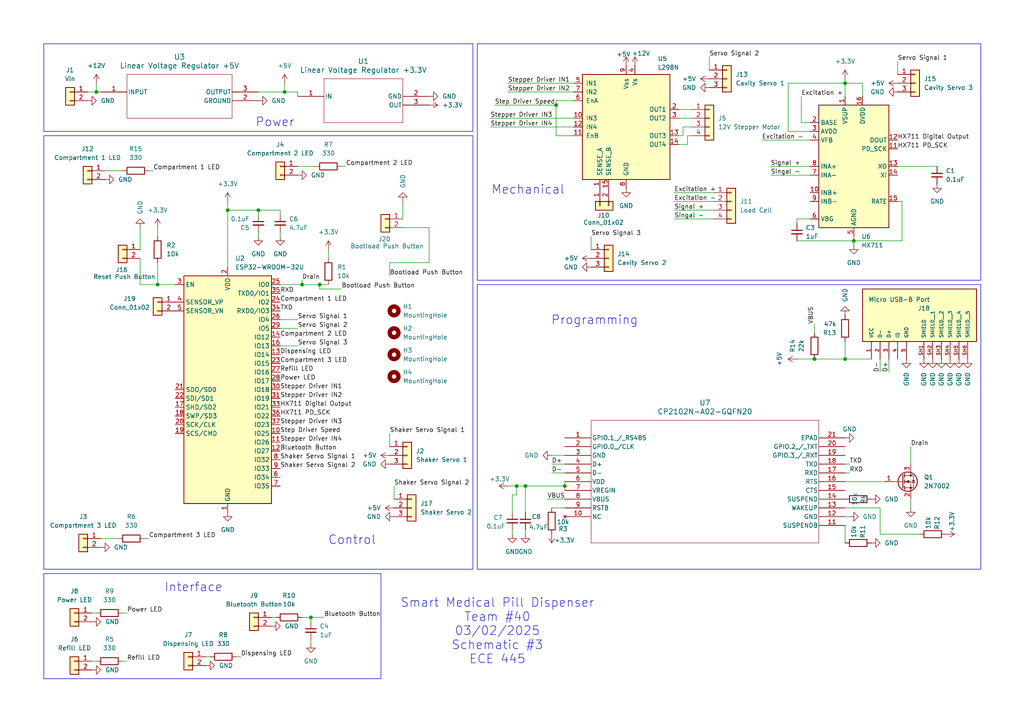
<source format=kicad_sch>
(kicad_sch (version 20231120) (generator "eeschema") (generator_version "8.0")
  (paper "A4")
  (junction (at 163.83 140.97))
  (junction (at 74.93 60.96))
  (junction (at 82.55 26.67))
  (junction (at 245.11 104.14))
  (junction (at 90.17 179.07))
  (junction (at 149.86 140.97))
  (junction (at 236.22 104.14))
  (junction (at 87.63 82.55))
  (junction (at 161.29 30.48))
  (junction (at 45.72 82.55))
  (junction (at 152.4 140.97))
  (junction (at 66.04 60.96))
  (junction (at 27.94 26.67))
  (junction (at 92.71 82.55))
  (junction (at 245.11 24.13))
  (junction (at 247.65 69.85))
  (wire (pts (xy 255.27 154.94) (xy 255.27 147.32)))
  (wire (pts (xy 43.18 49.53) (xy 44.45 49.53)))
  (wire (pts (xy 90.17 179.07) (xy 90.17 180.34)))
  (wire (pts (xy 205.74 16.51) (xy 205.74 20.32)))
  (wire (pts (xy 147.32 26.67) (xy 166.37 26.67)))
  (wire (pts (xy 90.17 179.07) (xy 93.98 179.07)))
  (wire (pts (xy 82.55 24.13) (xy 82.55 26.67)))
  (wire (pts (xy 160.02 132.08) (xy 163.83 132.08)))
  (wire (pts (xy 257.81 107.95) (xy 257.81 104.14)))
  (wire (pts (xy 45.72 66.04) (xy 45.72 68.58)))
  (wire (pts (xy 148.59 143.51) (xy 149.86 143.51)))
  (wire (pts (xy 152.4 140.97) (xy 163.83 140.97)))
  (wire (pts (xy 90.17 185.42) (xy 90.17 186.69)))
  (wire (pts (xy 260.35 58.42) (xy 261.62 58.42)))
  (wire (pts (xy 87.63 82.55) (xy 92.71 82.55)))
  (wire (pts (xy 228.6 24.13) (xy 245.11 24.13)))
  (wire (pts (xy 78.74 179.07) (xy 80.01 179.07)))
  (wire (pts (xy 27.94 26.67) (xy 29.21 26.67)))
  (wire (pts (xy 245.11 24.13) (xy 245.11 27.94)))
  (wire (pts (xy 166.37 39.37) (xy 161.29 39.37)))
  (wire (pts (xy 245.11 149.86) (xy 246.38 149.86)))
  (wire (pts (xy 196.85 41.91) (xy 199.39 41.91)))
  (wire (pts (xy 245.11 134.62) (xy 246.38 134.62)))
  (wire (pts (xy 148.59 143.51) (xy 148.59 148.59)))
  (wire (pts (xy 245.11 104.14) (xy 245.11 99.06)))
  (wire (pts (xy 260.35 48.26) (xy 271.78 48.26)))
  (wire (pts (xy 196.85 39.37) (xy 198.12 39.37)))
  (wire (pts (xy 161.29 30.48) (xy 161.29 29.21)))
  (wire (pts (xy 74.93 60.96) (xy 81.28 60.96)))
  (wire (pts (xy 255.27 107.95) (xy 255.27 104.14)))
  (wire (pts (xy 245.11 137.16) (xy 246.38 137.16)))
  (wire (pts (xy 223.52 50.8) (xy 234.95 50.8)))
  (wire (pts (xy 113.03 76.2) (xy 124.46 76.2)))
  (wire (pts (xy 160.02 134.62) (xy 163.83 134.62)))
  (wire (pts (xy 245.11 104.14) (xy 252.73 104.14)))
  (wire (pts (xy 113.03 76.2) (xy 113.03 80.01)))
  (wire (pts (xy 228.6 38.1) (xy 228.6 24.13)))
  (wire (pts (xy 74.93 60.96) (xy 74.93 62.23)))
  (wire (pts (xy 231.14 104.14) (xy 236.22 104.14)))
  (wire (pts (xy 264.16 129.54) (xy 264.16 134.62)))
  (wire (pts (xy 195.58 55.88) (xy 207.01 55.88)))
  (wire (pts (xy 92.71 83.82) (xy 92.71 82.55)))
  (wire (pts (xy 261.62 58.42) (xy 261.62 69.85)))
  (wire (pts (xy 40.64 74.93) (xy 40.64 82.55)))
  (wire (pts (xy 234.95 63.5) (xy 231.14 63.5)))
  (wire (pts (xy 26.67 191.77) (xy 27.94 191.77)))
  (wire (pts (xy 86.36 95.25) (xy 81.28 95.25)))
  (wire (pts (xy 171.45 68.58) (xy 171.45 72.39)))
  (wire (pts (xy 266.7 154.94) (xy 255.27 154.94)))
  (wire (pts (xy 236.22 104.14) (xy 245.11 104.14)))
  (wire (pts (xy 40.64 66.04) (xy 40.64 72.39)))
  (wire (pts (xy 81.28 60.96) (xy 81.28 62.23)))
  (wire (pts (xy 195.58 58.42) (xy 207.01 58.42)))
  (wire (pts (xy 160.02 147.32) (xy 163.83 147.32)))
  (wire (pts (xy 147.32 140.97) (xy 149.86 140.97)))
  (wire (pts (xy 232.41 35.56) (xy 234.95 35.56)))
  (wire (pts (xy 247.65 71.12) (xy 247.65 69.85)))
  (wire (pts (xy 245.11 139.7) (xy 256.54 139.7)))
  (wire (pts (xy 198.12 36.83) (xy 200.66 36.83)))
  (wire (pts (xy 161.29 30.48) (xy 161.29 39.37)))
  (wire (pts (xy 149.86 140.97) (xy 149.86 143.51)))
  (wire (pts (xy 29.21 156.21) (xy 34.29 156.21)))
  (wire (pts (xy 35.56 191.77) (xy 36.83 191.77)))
  (wire (pts (xy 25.4 26.67) (xy 27.94 26.67)))
  (wire (pts (xy 74.93 67.31) (xy 74.93 68.58)))
  (wire (pts (xy 260.35 17.78) (xy 260.35 21.59)))
  (wire (pts (xy 27.94 24.13) (xy 27.94 26.67)))
  (wire (pts (xy 245.11 157.48) (xy 245.11 152.4)))
  (wire (pts (xy 30.48 49.53) (xy 35.56 49.53)))
  (wire (pts (xy 236.22 96.52) (xy 236.22 93.98)))
  (wire (pts (xy 66.04 60.96) (xy 74.93 60.96)))
  (wire (pts (xy 148.59 153.67) (xy 148.59 154.94)))
  (wire (pts (xy 74.93 26.67) (xy 82.55 26.67)))
  (wire (pts (xy 163.83 139.7) (xy 163.83 140.97)))
  (wire (pts (xy 113.03 125.73) (xy 113.03 129.54)))
  (wire (pts (xy 81.28 67.31) (xy 81.28 68.58)))
  (wire (pts (xy 26.67 177.8) (xy 27.94 177.8)))
  (wire (pts (xy 116.84 58.42) (xy 116.84 63.5)))
  (wire (pts (xy 161.29 29.21) (xy 166.37 29.21)))
  (wire (pts (xy 163.83 140.97) (xy 163.83 142.24)))
  (wire (pts (xy 149.86 140.97) (xy 152.4 140.97)))
  (wire (pts (xy 261.62 69.85) (xy 247.65 69.85)))
  (wire (pts (xy 250.19 27.94) (xy 250.19 24.13)))
  (wire (pts (xy 199.39 39.37) (xy 200.66 39.37)))
  (wire (pts (xy 147.32 24.13) (xy 166.37 24.13)))
  (wire (pts (xy 152.4 140.97) (xy 152.4 148.59)))
  (wire (pts (xy 87.63 81.28) (xy 87.63 82.55)))
  (wire (pts (xy 195.58 60.96) (xy 207.01 60.96)))
  (wire (pts (xy 99.06 83.82) (xy 92.71 83.82)))
  (wire (pts (xy 45.72 76.2) (xy 45.72 82.55)))
  (wire (pts (xy 250.19 24.13) (xy 245.11 24.13)))
  (wire (pts (xy 196.85 31.75) (xy 200.66 31.75)))
  (wire (pts (xy 66.04 77.47) (xy 66.04 60.96)))
  (wire (pts (xy 81.28 82.55) (xy 87.63 82.55)))
  (wire (pts (xy 35.56 177.8) (xy 36.83 177.8)))
  (wire (pts (xy 220.98 40.64) (xy 234.95 40.64)))
  (wire (pts (xy 86.36 92.71) (xy 81.28 92.71)))
  (wire (pts (xy 41.91 156.21) (xy 43.18 156.21)))
  (wire (pts (xy 160.02 137.16) (xy 163.83 137.16)))
  (wire (pts (xy 142.24 36.83) (xy 166.37 36.83)))
  (wire (pts (xy 87.63 179.07) (xy 90.17 179.07)))
  (wire (pts (xy 114.3 140.97) (xy 114.3 144.78)))
  (wire (pts (xy 231.14 69.85) (xy 247.65 69.85)))
  (wire (pts (xy 68.58 190.5) (xy 69.85 190.5)))
  (wire (pts (xy 199.39 41.91) (xy 199.39 39.37)))
  (wire (pts (xy 92.71 82.55) (xy 95.25 82.55)))
  (wire (pts (xy 82.55 26.67) (xy 86.36 26.67)))
  (wire (pts (xy 195.58 63.5) (xy 207.01 63.5)))
  (wire (pts (xy 255.27 147.32) (xy 245.11 147.32)))
  (wire (pts (xy 95.25 72.39) (xy 95.25 74.93)))
  (wire (pts (xy 231.14 63.5) (xy 231.14 64.77)))
  (wire (pts (xy 66.04 58.42) (xy 66.04 60.96)))
  (wire (pts (xy 247.65 69.85) (xy 247.65 68.58)))
  (wire (pts (xy 40.64 82.55) (xy 45.72 82.55)))
  (wire (pts (xy 124.46 76.2) (xy 124.46 66.04)))
  (wire (pts (xy 264.16 147.32) (xy 264.16 144.78)))
  (wire (pts (xy 198.12 39.37) (xy 198.12 36.83)))
  (wire (pts (xy 59.69 190.5) (xy 60.96 190.5)))
  (wire (pts (xy 143.51 30.48) (xy 161.29 30.48)))
  (wire (pts (xy 223.52 48.26) (xy 234.95 48.26)))
  (wire (pts (xy 45.72 82.55) (xy 50.8 82.55)))
  (wire (pts (xy 232.41 27.94) (xy 232.41 35.56)))
  (wire (pts (xy 234.95 38.1) (xy 228.6 38.1)))
  (wire (pts (xy 152.4 153.67) (xy 152.4 154.94)))
  (wire (pts (xy 86.36 48.26) (xy 91.44 48.26)))
  (wire (pts (xy 142.24 34.29) (xy 166.37 34.29)))
  (wire (pts (xy 245.11 22.86) (xy 245.11 24.13)))
  (wire (pts (xy 124.46 66.04) (xy 116.84 66.04)))
  (wire (pts (xy 86.36 100.33) (xy 81.28 100.33)))
  (wire (pts (xy 158.75 144.78) (xy 163.83 144.78)))
  (wire (pts (xy 99.06 48.26) (xy 100.33 48.26)))
  (wire (pts (xy 196.85 34.29) (xy 200.66 34.29)))
  (wire (pts (xy 86.36 26.67) (xy 86.36 27.94)))
  (rectangle (start 12.7 166.37) (end 110.49 196.85))
  (rectangle (start 97.79 177.8) (end 97.79 177.8))
  (rectangle (start 12.7 39.37) (end 137.16 165.1))
  (rectangle (start 12.7 12.7) (end 137.16 38.1))
  (rectangle (start 138.43 12.7) (end 284.48 81.28))
  (rectangle (start 138.43 82.55) (end 284.48 165.1))
  (text "Interface" (at 56.134 170.434 0) (effects (font (size 2.54 2.54))))
  (text "Smart Medical Pill Dispenser\nTeam #40\n03/02/2025\nSchematic #3\nECE 445" (at 144.272 183.134 0) (effects (font (size 2.54 2.54))))
  (text "Mechanical" (at 153.162 55.118 0) (effects (font (size 2.54 2.54))))
  (text "Control" (at 102.108 156.718 0) (effects (font (size 2.54 2.54))))
  (text "Power" (at 79.756 35.56 0) (effects (font (size 2.54 2.54))))
  (text "Programming" (at 172.466 92.964 0) (effects (font (size 2.54 2.54))))
  (label "Stepper Driver IN4" (at 81.28 128.27 0))
  (label "Dispensing LED" (at 69.85 190.5 0))
  (label "Servo Signal 3" (at 171.45 68.58 0))
  (label "Singal -" (at 195.58 63.5 0))
  (label "D+" (at 160.02 134.62 0))
  (label "Power LED" (at 36.83 177.8 0))
  (label "Singal -" (at 223.52 50.8 0))
  (label "Servo Signal 3" (at 86.36 100.33 0))
  (label "Servo Signal 1" (at 260.35 17.78 0))
  (label "Shaker Servo Signal 1" (at 81.28 133.35 0))
  (label "Stepper Driver IN2" (at 81.28 115.57 0))
  (label "RXD" (at 246.38 137.16 0))
  (label "Bootload Push Button" (at 99.06 83.82 0))
  (label "Servo Signal 1" (at 86.36 92.71 0))
  (label "Compartment 2 LED" (at 81.28 97.79 0))
  (label "Drain" (at 87.63 81.28 0))
  (label "TXD" (at 81.28 90.17 0))
  (label "Refill LED" (at 36.83 191.77 0))
  (label "HX711 Digital Output" (at 260.35 40.64 0))
  (label "VBUS" (at 236.22 93.98 90))
  (label "Bluetooth Button" (at 93.98 179.07 0))
  (label "Drain" (at 264.16 129.54 0))
  (label "Dispensing LED" (at 81.28 102.87 0))
  (label "Servo Signal 2" (at 205.74 16.51 0))
  (label "Excitation +" (at 232.41 27.94 0))
  (label "HX711 Digital Output" (at 81.28 118.11 0))
  (label "Refill LED" (at 81.28 107.95 0))
  (label "Excitation -" (at 220.98 40.64 0))
  (label "Stepper Driver IN4" (at 142.24 36.83 0))
  (label "Excitation -" (at 195.58 58.42 0))
  (label "Stepper Driver IN3" (at 142.24 34.29 0))
  (label "HX711 PD_SCK" (at 260.35 43.18 0))
  (label "Signal +" (at 223.52 48.26 0))
  (label "Shaker Servo Signal 2" (at 114.3 140.97 0))
  (label "Stepper Driver IN1" (at 81.28 113.03 0))
  (label "Signal +" (at 195.58 60.96 0))
  (label "Compartment 2 LED" (at 100.33 48.26 0))
  (label "RXD" (at 81.28 85.09 0))
  (label "D+" (at 257.81 107.95 90))
  (label "Step Driver Speed" (at 81.28 125.73 0))
  (label "Compartment 1 LED" (at 44.45 49.53 0))
  (label "D-" (at 160.02 137.16 0))
  (label "Compartment 3 LED" (at 81.28 105.41 0))
  (label "TXD" (at 246.38 134.62 0))
  (label "Shaker Servo Signal 2" (at 81.28 135.89 0))
  (label "Compartment 1 LED" (at 81.28 87.63 0))
  (label "Stepper Driver IN1" (at 147.32 24.13 0))
  (label "Power LED" (at 81.28 110.49 0))
  (label "Shaker Servo Signal 1" (at 113.03 125.73 0))
  (label "HX711 PD_SCK" (at 81.28 120.65 0))
  (label "Step Driver Speed" (at 143.51 30.48 0))
  (label "Excitation +" (at 195.58 55.88 0))
  (label "Stepper Driver IN3" (at 81.28 123.19 0))
  (label "D-" (at 255.27 107.95 90))
  (label "VBUS" (at 158.75 144.78 0))
  (label "Bluetooth Button" (at 81.28 130.81 0))
  (label "Stepper Driver IN2" (at 147.32 26.67 0))
  (label "Servo Signal 2" (at 86.36 95.25 0))
  (label "Bootload Push Button" (at 113.03 80.01 0))
  (label "Compartment 3 LED" (at 43.18 156.21 0))
  (symbol (lib_id "power:GND") (at 252.73 157.48 90) (unit 1)
    (property "Reference" "#PWR09" (effects (hide yes)))
    (property "Value" "GND" (at 256.54 157.4799 90) (effects (justify right)))
    (property "Description" "Power symbol creates a global label with name \"GND\" , ground" (effects (hide yes)))
  )
  (symbol (lib_id "power:GND") (at 152.4 154.94 0) (unit 1)
    (property "Reference" "#PWR042" (effects (hide yes)))
    (property "Value" "GND" (at 152.4 160.02 0))
    (property "Description" "Power symbol creates a global label with name \"GND\" , ground" (effects (hide yes)))
  )
  (symbol (lib_id "power:GND") (at 25.4 29.21 90) (unit 1)
    (property "Reference" "#PWR03" (effects (hide yes)))
    (property "Value" "GND" (at 29.21 29.2099 90) (effects (justify right)))
    (property "Description" "Power symbol creates a global label with name \"GND\" , ground" (effects (hide yes)))
  )
  (symbol (lib_id "Device:R") (at 236.22 100.33 180) (unit 1)
    (property "Reference" "R14" (at 229.87 100.33 90))
    (property "Value" "22k" (at 232.41 100.33 90))
    (property "Footprint" "Resistor_SMD:R_0805_2012Metric_Pad1.20x1.40mm_HandSolder" (effects (hide yes)))
    (property "Description" "Resistor" (effects (hide yes)))
  )
  (symbol (lib_id "Connector_Generic:Conn_01x02") (at 73.66 179.07 0) (mirror y) (unit 1)
    (property "Reference" "J9" (at 73.66 172.72 0))
    (property "Value" "Bluetooth Button" (at 73.66 175.26 0))
    (property "Footprint" "Connector_Molex:Molex_KK-254_AE-6410-02A_1x02_P2.54mm_Vertical" (effects (hide yes)))
    (property "Description" "Generic connector, single row, 01x02, script generated (kicad-library-utils/schlib/autogen/connector/)" (effects (hide yes)))
  )
  (symbol (lib_id "power:+5V") (at 231.14 104.14 90) (unit 1)
    (property "Reference" "#PWR050" (effects (hide yes)))
    (property "Value" "+5V" (at 226.06 104.14 0))
    (property "Description" "Power symbol creates a global label with name \"+5V\"" (effects (hide yes)))
  )
  (symbol (lib_id "power:+3.3V") (at 124.46 30.48 270) (unit 1)
    (property "Reference" "#PWR05" (effects (hide yes)))
    (property "Value" "+3.3V" (at 128.27 30.4799 90) (effects (justify left)))
    (property "Description" "Power symbol creates a global label with name \"+3.3V\"" (effects (hide yes)))
  )
  (symbol (lib_id "Device:R") (at 95.25 48.26 90) (unit 1)
    (property "Reference" "R7" (at 95.25 41.91 90))
    (property "Value" "330" (at 95.25 44.45 90))
    (property "Footprint" "Resistor_SMD:R_0805_2012Metric_Pad1.20x1.40mm_HandSolder" (effects (hide yes)))
    (property "Description" "Resistor" (effects (hide yes)))
  )
  (symbol (lib_id "power:GND") (at 113.03 134.62 270) (unit 1)
    (property "Reference" "#PWR043" (effects (hide yes)))
    (property "Value" "GND" (at 109.22 134.6199 90) (effects (justify right)))
    (property "Description" "Power symbol creates a global label with name \"GND\" , ground" (effects (hide yes)))
  )
  (symbol (lib_id "power:+5V") (at 181.61 19.05 0) (unit 1)
    (property "Reference" "#PWR023" (effects (hide yes)))
    (property "Value" "+5V" (at 180.848 15.748 0))
    (property "Description" "Power symbol creates a global label with name \"+5V\"" (effects (hide yes)))
  )
  (symbol (lib_id "Device:R") (at 31.75 177.8 90) (unit 1)
    (property "Reference" "R9" (at 31.75 171.45 90))
    (property "Value" "330" (at 31.75 173.99 90))
    (property "Footprint" "Resistor_SMD:R_0805_2012Metric_Pad1.20x1.40mm_HandSolder" (effects (hide yes)))
    (property "Description" "Resistor" (effects (hide yes)))
  )
  (symbol (lib_id "Connector_Generic:Conn_01x02") (at 21.59 191.77 0) (mirror y) (unit 1)
    (property "Reference" "J6" (at 21.59 185.42 0))
    (property "Value" "Refill LED" (at 21.59 187.96 0))
    (property "Footprint" "Connector_Molex:Molex_KK-254_AE-6410-02A_1x02_P2.54mm_Vertical" (effects (hide yes)))
    (property "Description" "Generic connector, single row, 01x02, script generated (kicad-library-utils/schlib/autogen/connector/)" (effects (hide yes)))
  )
  (symbol (lib_id "RF_Module:ESP32-WROOM-32U") (at 66.04 113.03 0) (unit 1)
    (property "Reference" "U2" (at 68.2341 74.93 0) (effects (justify left)))
    (property "Value" "ESP32-WROOM-32U" (at 68.2341 77.47 0) (effects (justify left)))
    (property "Footprint" "RF_Module:ESP32-WROOM-32U" (effects (hide yes)))
    (property "Datasheet" "https://www.espressif.com/sites/default/files/documentation/esp32-wroom-32d_esp32-wroom-32u_datasheet_en.pdf" (effects (hide yes)))
    (property "Description" "RF Module, ESP32-D0WD SoC, Wi-Fi 802.11b/g/n, Bluetooth, BLE, 32-bit, 2.7-3.6V, external antenna, SMD" (effects (hide yes)))
  )
  (symbol (lib_id "2025-03-01_22-08-00:LM7805ACT") (at 29.21 26.67 0) (unit 1)
    (property "Reference" "U3" (at 52.07 16.51 0) (effects (font (size 1.524 1.524))))
    (property "Value" "Linear Voltage Regulator +5V" (at 52.07 19.05 0) (effects (font (size 1.524 1.524))))
    (property "Footprint" "KiCADv6 2:TO-220_ONS" (effects (hide yes)))
    (property "Datasheet" "LM7805ACT" (effects (hide yes)))
  )
  (symbol (lib_id "Connector_Generic:Conn_01x03") (at 176.53 74.93 0) (unit 1)
    (property "Reference" "J14" (at 179.07 73.6599 0) (effects (justify left)))
    (property "Value" "Cavity Servo 2" (at 179.07 76.1999 0) (effects (justify left)))
    (property "Footprint" "Connector_Molex:Molex_KK-254_AE-6410-03A_1x03_P2.54mm_Vertical" (effects (hide yes)))
    (property "Description" "Generic connector, single row, 01x03, script generated (kicad-library-utils/schlib/autogen/connector/)" (effects (hide yes)))
  )
  (symbol (lib_id "power:GND") (at 114.3 149.86 270) (unit 1)
    (property "Reference" "#PWR053" (effects (hide yes)))
    (property "Value" "GND" (at 110.49 149.8599 90) (effects (justify right)))
    (property "Description" "Power symbol creates a global label with name \"GND\" , ground" (effects (hide yes)))
  )
  (symbol (lib_id "power:+3.3V") (at 160.02 154.94 180) (unit 1)
    (property "Reference" "#PWR039" (effects (hide yes)))
    (property "Value" "+3.3V" (at 166.624 156.718 0) (effects (justify left)))
    (property "Description" "Power symbol creates a global label with name \"+3.3V\"" (effects (hide yes)))
  )
  (symbol (lib_id "power:+3.3V") (at 147.32 140.97 90) (unit 1)
    (property "Reference" "#PWR040" (effects (hide yes)))
    (property "Value" "+3.3V" (at 147.828 138.938 90) (effects (justify left)))
    (property "Description" "Power symbol creates a global label with name \"+3.3V\"" (effects (hide yes)))
  )
  (symbol (lib_id "power:GND") (at 260.35 26.67 270) (unit 1)
    (property "Reference" "#PWR030" (effects (hide yes)))
    (property "Value" "GND" (at 256.54 26.6699 90) (effects (justify right)))
    (property "Description" "Power symbol creates a global label with name \"GND\" , ground" (effects (hide yes)))
  )
  (symbol (lib_id "Connector_Generic:Conn_01x02") (at 54.61 190.5 0) (mirror y) (unit 1)
    (property "Reference" "J7" (at 54.61 184.15 0))
    (property "Value" "Dispensing LED" (at 54.61 186.69 0))
    (property "Footprint" "Connector_Molex:Molex_KK-254_AE-6410-02A_1x02_P2.54mm_Vertical" (effects (hide yes)))
    (property "Description" "Generic connector, single row, 01x02, script generated (kicad-library-utils/schlib/autogen/connector/)" (effects (hide yes)))
  )
  (symbol (lib_id "power:+5V") (at 113.03 132.08 90) (unit 1)
    (property "Reference" "#PWR06" (effects (hide yes)))
    (property "Value" "+5V" (at 109.22 132.0799 90) (effects (justify left)))
    (property "Description" "Power symbol creates a global label with name \"+5V\"" (effects (hide yes)))
  )
  (symbol (lib_id "Device:C_Small") (at 90.17 182.88 0) (unit 1)
    (property "Reference" "C4" (at 92.71 181.6162 0) (effects (justify left)))
    (property "Value" "1uF" (at 92.71 184.1562 0) (effects (justify left)))
    (property "Footprint" "Capacitor_SMD:C_0805_2012Metric_Pad1.18x1.45mm_HandSolder" (effects (hide yes)))
    (property "Description" "Unpolarized capacitor, small symbol" (effects (hide yes)))
  )
  (symbol (lib_id "Connector_Generic:Conn_01x02") (at 45.72 87.63 0) (mirror y) (unit 1)
    (property "Reference" "J19" (at 37.592 86.614 0))
    (property "Value" "Conn_01x02" (at 37.592 89.154 0))
    (property "Footprint" "Connector_Molex:Molex_KK-254_AE-6410-02A_1x02_P2.54mm_Vertical" (effects (hide yes)))
    (property "Description" "Generic connector, single row, 01x02, script generated (kicad-library-utils/schlib/autogen/connector/)" (effects (hide yes)))
  )
  (symbol (lib_id "Device:C_Small") (at 148.59 151.13 0) (unit 1)
    (property "Reference" "C7" (at 145.796 150.114 0) (effects (justify right)))
    (property "Value" "0.1uF" (at 146.558 152.654 0) (effects (justify right)))
    (property "Footprint" "Capacitor_SMD:C_0805_2012Metric_Pad1.18x1.45mm_HandSolder" (effects (hide yes)))
    (property "Description" "Unpolarized capacitor, small symbol" (effects (hide yes)))
  )
  (symbol (lib_id "power:GND") (at 66.04 148.59 0) (unit 1)
    (property "Reference" "#PWR024" (effects (hide yes)))
    (property "Value" "GND" (at 66.04 153.67 0))
    (property "Description" "Power symbol creates a global label with name \"GND\" , ground" (effects (hide yes)))
  )
  (symbol (lib_id "Device:R") (at 38.1 156.21 90) (unit 1)
    (property "Reference" "R6" (at 38.1 149.86 90))
    (property "Value" "330" (at 38.1 152.4 90))
    (property "Footprint" "Resistor_SMD:R_0805_2012Metric_Pad1.20x1.40mm_HandSolder" (effects (hide yes)))
    (property "Description" "Resistor" (effects (hide yes)))
  )
  (symbol (lib_id "Connector_Generic:Conn_01x03") (at 265.43 24.13 0) (unit 1)
    (property "Reference" "J15" (at 267.97 22.8599 0) (effects (justify left)))
    (property "Value" "Cavity Servo 3" (at 267.97 25.3999 0) (effects (justify left)))
    (property "Footprint" "Connector_Molex:Molex_KK-254_AE-6410-03A_1x03_P2.54mm_Vertical" (effects (hide yes)))
    (property "Description" "Generic connector, single row, 01x03, script generated (kicad-library-utils/schlib/autogen/connector/)" (effects (hide yes)))
  )
  (symbol (lib_id "Mechanical:MountingHole") (at 114.3 109.22 0) (unit 1) (exclude_from_sim yes) (in_bom no)
    (property "Reference" "H4" (at 116.84 107.9499 0) (effects (justify left)))
    (property "Value" "MountingHole" (at 116.84 110.4899 0) (effects (justify left)))
    (property "Footprint" "MountingHole:MountingHole_3.2mm_M3" (effects (hide yes)))
    (property "Description" "Mounting Hole without connection" (effects (hide yes)))
  )
  (symbol (lib_id "power:+5V") (at 114.3 147.32 90) (unit 1)
    (property "Reference" "#PWR052" (effects (hide yes)))
    (property "Value" "+5V" (at 110.49 147.3199 90) (effects (justify left)))
    (property "Description" "Power symbol creates a global label with name \"+5V\"" (effects (hide yes)))
  )
  (symbol (lib_id "2025-03-01_22-06-06:LM3940IT-3.3_NOPB") (at 86.36 27.94 0) (unit 1)
    (property "Reference" "U1" (at 105.41 17.78 0) (effects (font (size 1.524 1.524))))
    (property "Value" "Linear Voltage Regulator +3.3V" (at 105.41 20.32 0) (effects (font (size 1.524 1.524))))
    (property "Footprint" "KiCADv6:T03B" (effects (hide yes)))
    (property "Datasheet" "LM3940IT-3.3/NOPB" (effects (hide yes)))
  )
  (symbol (lib_id "power:+3.3V") (at 95.25 72.39 0) (unit 1)
    (property "Reference" "#PWR012" (effects (hide yes)))
    (property "Value" "+3.3V" (at 95.25 67.31 0))
    (property "Description" "Power symbol creates a global label with name \"+3.3V\"" (effects (hide yes)))
  )
  (symbol (lib_id "power:GND") (at 262.89 104.14 0) (unit 1)
    (property "Reference" "#PWR049" (effects (hide yes)))
    (property "Value" "GND" (at 262.8899 107.95 90) (effects (justify right)))
    (property "Description" "Power symbol creates a global label with name \"GND\" , ground" (effects (hide yes)))
  )
  (symbol (lib_id "power:GND") (at 78.74 181.61 90) (unit 1)
    (property "Reference" "#PWR020" (effects (hide yes)))
    (property "Value" "GND" (at 82.55 181.6099 90) (effects (justify right)))
    (property "Description" "Power symbol creates a global label with name \"GND\" , ground" (effects (hide yes)))
  )
  (symbol (lib_id "power:GND") (at 160.02 132.08 270) (unit 1)
    (property "Reference" "#PWR033" (effects (hide yes)))
    (property "Value" "GND" (at 156.21 132.0799 90) (effects (justify right)))
    (property "Description" "Power symbol creates a global label with name \"GND\" , ground" (effects (hide yes)))
  )
  (symbol (lib_id "Analog_ADC:HX711") (at 247.65 48.26 0) (unit 1)
    (property "Reference" "U6" (at 249.8441 68.58 0) (effects (justify left)))
    (property "Value" "HX711" (at 249.8441 71.12 0) (effects (justify left)))
    (property "Footprint" "Package_SO:SOP-16_3.9x9.9mm_P1.27mm" (effects (hide yes)))
    (property "Datasheet" "https://web.archive.org/web/20220615044707/https://akizukidenshi.com/download/ds/avia/hx711.pdf" (effects (hide yes)))
    (property "Description" "24-Bit Analog-to-Digital Converter (ADC) for Weight Scales" (effects (hide yes)))
  )
  (symbol (lib_id "power:GND") (at 273.05 104.14 0) (unit 1)
    (property "Reference" "#PWR045" (effects (hide yes)))
    (property "Value" "GND" (at 273.0499 107.95 90) (effects (justify right)))
    (property "Description" "Power symbol creates a global label with name \"GND\" , ground" (effects (hide yes)))
  )
  (symbol (lib_id "power:GND") (at 40.64 66.04 180) (unit 1)
    (property "Reference" "#PWR014" (effects (hide yes)))
    (property "Value" "GND" (at 40.6401 62.23 90) (effects (justify right)))
    (property "Description" "Power symbol creates a global label with name \"GND\" , ground" (effects (hide yes)))
  )
  (symbol (lib_id "power:GND") (at 245.11 91.44 180) (unit 1)
    (property "Reference" "#PWR051" (effects (hide yes)))
    (property "Value" "GND" (at 245.1099 87.63 90) (effects (justify right)))
    (property "Description" "Power symbol creates a global label with name \"GND\" , ground" (effects (hide yes)))
  )
  (symbol (lib_id "Device:C_Small") (at 152.4 151.13 0) (unit 1)
    (property "Reference" "C8" (at 154.178 149.86 0) (effects (justify left)))
    (property "Value" "4.7uF" (at 153.416 152.908 0) (effects (justify left)))
    (property "Footprint" "Capacitor_SMD:C_0805_2012Metric_Pad1.18x1.45mm_HandSolder" (effects (hide yes)))
    (property "Description" "Unpolarized capacitor, small symbol" (effects (hide yes)))
  )
  (symbol (lib_id "Device:R") (at 160.02 151.13 180) (unit 1)
    (property "Reference" "R3" (at 163.322 153.416 0))
    (property "Value" "10k" (at 163.322 151.384 0))
    (property "Footprint" "Resistor_SMD:R_0805_2012Metric_Pad1.20x1.40mm_HandSolder" (effects (hide yes)))
    (property "Description" "Resistor" (effects (hide yes)))
  )
  (symbol (lib_id "Connector_Generic:Conn_01x02") (at 25.4 49.53 0) (mirror y) (unit 1)
    (property "Reference" "J12" (at 25.4 43.18 0))
    (property "Value" "Compartment 1 LED" (at 25.4 45.72 0))
    (property "Footprint" "Connector_Molex:Molex_KK-254_AE-6410-02A_1x02_P2.54mm_Vertical" (effects (hide yes)))
    (property "Description" "Generic connector, single row, 01x02, script generated (kicad-library-utils/schlib/autogen/connector/)" (effects (hide yes)))
  )
  (symbol (lib_id "Device:R") (at 83.82 179.07 90) (unit 1)
    (property "Reference" "R10" (at 83.82 172.72 90))
    (property "Value" "10k" (at 83.82 175.26 90))
    (property "Footprint" "Resistor_SMD:R_0805_2012Metric_Pad1.20x1.40mm_HandSolder" (effects (hide yes)))
    (property "Description" "Resistor" (effects (hide yes)))
  )
  (symbol (lib_id "power:+3.3V") (at 45.72 66.04 0) (unit 1)
    (property "Reference" "#PWR013" (effects (hide yes)))
    (property "Value" "+3.3V" (at 45.72 60.96 0))
    (property "Description" "Power symbol creates a global label with name \"+3.3V\"" (effects (hide yes)))
  )
  (symbol (lib_id "power:+3.3V") (at 274.32 154.94 270) (unit 1)
    (property "Reference" "#PWR010" (effects (hide yes)))
    (property "Value" "+3.3V" (at 276.098 148.336 0) (effects (justify left)))
    (property "Description" "Power symbol creates a global label with name \"+3.3V\"" (effects (hide yes)))
  )
  (symbol (lib_id "power:GND") (at 264.16 147.32 0) (unit 1)
    (property "Reference" "#PWR011" (effects (hide yes)))
    (property "Value" "GND" (at 264.16 152.4 0))
    (property "Description" "Power symbol creates a global label with name \"GND\" , ground" (effects (hide yes)))
  )
  (symbol (lib_id "power:GND") (at 30.48 52.07 90) (unit 1)
    (property "Reference" "#PWR057" (effects (hide yes)))
    (property "Value" "GND" (at 34.29 52.0699 90) (effects (justify right)))
    (property "Description" "Power symbol creates a global label with name \"GND\" , ground" (effects (hide yes)))
  )
  (symbol (lib_id "power:GND") (at 26.67 180.34 90) (unit 1)
    (property "Reference" "#PWR019" (effects (hide yes)))
    (property "Value" "GND" (at 30.48 180.3399 90) (effects (justify right)))
    (property "Description" "Power symbol creates a global label with name \"GND\" , ground" (effects (hide yes)))
  )
  (symbol (lib_id "USB-B-MICRO-1011819:10118194-0001LF") (at 260.35 91.44 90) (unit 1)
    (property "Reference" "J18" (at 269.748 89.408 90) (effects (justify left)))
    (property "Value" "Micro USB-B Port" (at 269.748 86.868 90) (effects (justify left)))
    (property "Footprint" "10118194_0001LF (1):AMPHENOL_10118194-0001LF" (effects (hide yes)))
    (property "PARTREV" "D" (effects (hide yes)))
    (property "MANUFACTURER" "Amphenol" (effects (hide yes)))
    (property "MAXIMUM_PACKAGE_HEIGHT" "2.66mm" (effects (hide yes)))
    (property "STANDARD" "Manufacturer Recommendations" (effects (hide yes)))
  )
  (symbol (lib_id "power:GND") (at 86.36 50.8 90) (unit 1)
    (property "Reference" "#PWR056" (effects (hide yes)))
    (property "Value" "GND" (at 90.17 50.7999 90) (effects (justify right)))
    (property "Description" "Power symbol creates a global label with name \"GND\" , ground" (effects (hide yes)))
  )
  (symbol (lib_id "2025-03-02_06-34-30:CP2102N-A02-GQFN20") (at 163.83 127 0) (unit 1)
    (property "Reference" "U7" (at 204.47 116.84 0) (effects (font (size 1.524 1.524))))
    (property "Value" "CP2102N-A02-GQFN20" (at 204.47 119.38 0) (effects (font (size 1.524 1.524))))
    (property "Footprint" "KiCADv6 3:QFN20_CP2102N_SIL" (effects (hide yes)))
    (property "Datasheet" "CP2102N-A02-GQFN20" (effects (hide yes)))
  )
  (symbol (lib_id "power:GND") (at 124.46 27.94 90) (unit 1)
    (property "Reference" "#PWR01" (effects (hide yes)))
    (property "Value" "GND" (at 128.27 27.9399 90) (effects (justify right)))
    (property "Description" "Power symbol creates a global label with name \"GND\" , ground" (effects (hide yes)))
  )
  (symbol (lib_id "Connector_Generic:Conn_01x02") (at 111.76 63.5 0) (mirror y) (unit 1)
    (property "Reference" "J20" (at 111.506 69.342 0))
    (property "Value" "Bootload Push Button" (at 112.268 71.374 0))
    (property "Footprint" "Connector_Molex:Molex_KK-254_AE-6410-02A_1x02_P2.54mm_Vertical" (effects (hide yes)))
    (property "Description" "Generic connector, single row, 01x02, script generated (kicad-library-utils/schlib/autogen/connector/)" (effects (hide yes)))
  )
  (symbol (lib_id "Connector_Generic:Conn_01x02") (at 81.28 48.26 0) (mirror y) (unit 1)
    (property "Reference" "J4" (at 81.28 41.91 0))
    (property "Value" "Compartment 2 LED" (at 81.28 44.45 0))
    (property "Footprint" "Connector_Molex:Molex_KK-254_AE-6410-02A_1x02_P2.54mm_Vertical" (effects (hide yes)))
    (property "Description" "Generic connector, single row, 01x02, script generated (kicad-library-utils/schlib/autogen/connector/)" (effects (hide yes)))
  )
  (symbol (lib_id "Connector_Generic:Conn_01x02") (at 35.56 72.39 0) (mirror y) (unit 1)
    (property "Reference" "J16" (at 35.306 78.232 0))
    (property "Value" "Reset Push Button" (at 36.068 80.264 0))
    (property "Footprint" "Connector_Molex:Molex_KK-254_AE-6410-02A_1x02_P2.54mm_Vertical" (effects (hide yes)))
    (property "Description" "Generic connector, single row, 01x02, script generated (kicad-library-utils/schlib/autogen/connector/)" (effects (hide yes)))
  )
  (symbol (lib_id "Connector_Generic:Conn_01x03") (at 118.11 132.08 0) (unit 1)
    (property "Reference" "J2" (at 120.65 130.8099 0) (effects (justify left)))
    (property "Value" "Shaker Servo 1" (at 120.65 133.3499 0) (effects (justify left)))
    (property "Footprint" "Connector_Molex:Molex_KK-254_AE-6410-03A_1x03_P2.54mm_Vertical" (effects (hide yes)))
    (property "Description" "Generic connector, single row, 01x03, script generated (kicad-library-utils/schlib/autogen/connector/)" (effects (hide yes)))
  )
  (symbol (lib_id "Device:R") (at 248.92 144.78 270) (unit 1)
    (property "Reference" "R4" (at 250.444 144.78 0))
    (property "Value" "10k" (at 247.904 144.78 0))
    (property "Footprint" "Resistor_SMD:R_0805_2012Metric_Pad1.20x1.40mm_HandSolder" (effects (hide yes)))
    (property "Description" "Resistor" (effects (hide yes)))
  )
  (symbol (lib_id "Transistor_FET:2N7002") (at 261.62 139.7 0) (unit 1)
    (property "Reference" "Q1" (at 267.97 138.4299 0) (effects (justify left)))
    (property "Value" "2N7002" (at 267.97 140.9699 0) (effects (justify left)))
    (property "Footprint" "Package_TO_SOT_SMD:SOT-23" (effects (hide yes)))
    (property "Datasheet" "https://www.onsemi.com/pub/Collateral/NDS7002A-D.PDF" (effects (hide yes)))
    (property "Description" "0.115A Id, 60V Vds, N-Channel MOSFET, SOT-23" (effects (hide yes)))
  )
  (symbol (lib_id "power:+3.3V") (at 66.04 58.42 0) (unit 1)
    (property "Reference" "#PWR037" (effects (hide yes)))
    (property "Value" "+3.3V" (at 66.04 53.34 0))
    (property "Description" "Power symbol creates a global label with name \"+3.3V\"" (effects (hide yes)))
  )
  (symbol (lib_id "power:GND") (at 280.67 104.14 0) (unit 1)
    (property "Reference" "#PWR048" (effects (hide yes)))
    (property "Value" "GND" (at 280.6699 107.95 90) (effects (justify right)))
    (property "Description" "Power symbol creates a global label with name \"GND\" , ground" (effects (hide yes)))
  )
  (symbol (lib_id "power:GND") (at 29.21 158.75 90) (unit 1)
    (property "Reference" "#PWR055" (effects (hide yes)))
    (property "Value" "GND" (at 33.02 158.7499 90) (effects (justify right)))
    (property "Description" "Power symbol creates a global label with name \"GND\" , ground" (effects (hide yes)))
  )
  (symbol (lib_id "Connector_Generic:Conn_01x02") (at 173.99 59.69 90) (mirror x) (unit 1)
    (property "Reference" "J10" (at 173.228 62.484 90) (effects (justify right)))
    (property "Value" "Conn_01x02" (at 169.164 64.516 90) (effects (justify right)))
    (property "Footprint" "Connector_Molex:Molex_KK-254_AE-6410-02A_1x02_P2.54mm_Vertical" (effects (hide yes)))
    (property "Description" "Generic connector, single row, 01x02, script generated (kicad-library-utils/schlib/autogen/connector/)" (effects (hide yes)))
  )
  (symbol (lib_id "power:GND") (at 74.93 29.21 90) (unit 1)
    (property "Reference" "#PWR02" (effects (hide yes)))
    (property "Value" "GND" (at 78.74 29.2099 90) (effects (justify right)))
    (property "Description" "Power symbol creates a global label with name \"GND\" , ground" (effects (hide yes)))
  )
  (symbol (lib_id "Connector_Generic:Conn_01x03") (at 119.38 147.32 0) (unit 1)
    (property "Reference" "J17" (at 121.92 146.0499 0) (effects (justify left)))
    (property "Value" "Shaker Servo 2" (at 121.92 148.5899 0) (effects (justify left)))
    (property "Footprint" "Connector_Molex:Molex_KK-254_AE-6410-03A_1x03_P2.54mm_Vertical" (effects (hide yes)))
    (property "Description" "Generic connector, single row, 01x03, script generated (kicad-library-utils/schlib/autogen/connector/)" (effects (hide yes)))
  )
  (symbol (lib_id "Connector_Generic:Conn_01x04") (at 205.74 34.29 0) (unit 1)
    (property "Reference" "J5" (at 208.28 34.2899 0) (effects (justify left)))
    (property "Value" "12V Stepper Motor" (at 208.28 36.8299 0) (effects (justify left)))
    (property "Footprint" "Connector_Molex:Molex_KK-254_AE-6410-04A_1x04_P2.54mm_Vertical" (effects (hide yes)))
    (property "Description" "Generic connector, single row, 01x04, script generated (kicad-library-utils/schlib/autogen/connector/)" (effects (hide yes)))
  )
  (symbol (lib_id "power:GND") (at 275.59 104.14 0) (unit 1)
    (property "Reference" "#PWR046" (effects (hide yes)))
    (property "Value" "GND" (at 275.5899 107.95 90) (effects (justify right)))
    (property "Description" "Power symbol creates a global label with name \"GND\" , ground" (effects (hide yes)))
  )
  (symbol (lib_id "power:+3.3V") (at 245.11 22.86 0) (unit 1)
    (property "Reference" "#PWR026" (effects (hide yes)))
    (property "Value" "+3.3V" (at 245.11 17.78 0))
    (property "Description" "Power symbol creates a global label with name \"+3.3V\"" (effects (hide yes)))
  )
  (symbol (lib_id "Mechanical:MountingHole") (at 114.3 102.87 0) (unit 1) (exclude_from_sim yes) (in_bom no)
    (property "Reference" "H3" (at 116.84 101.5999 0) (effects (justify left)))
    (property "Value" "MountingHole" (at 116.84 104.1399 0) (effects (justify left)))
    (property "Footprint" "MountingHole:MountingHole_3.2mm_M3" (effects (hide yes)))
    (property "Description" "Mounting Hole without connection" (effects (hide yes)))
  )
  (symbol (lib_id "Connector_Generic:Conn_01x03") (at 210.82 22.86 0) (unit 1)
    (property "Reference" "J13" (at 213.36 21.5899 0) (effects (justify left)))
    (property "Value" "Cavity Servo 1" (at 213.36 24.1299 0) (effects (justify left)))
    (property "Footprint" "Connector_Molex:Molex_KK-254_AE-6410-03A_1x03_P2.54mm_Vertical" (effects (hide yes)))
    (property "Description" "Generic connector, single row, 01x03, script generated (kicad-library-utils/schlib/autogen/connector/)" (effects (hide yes)))
  )
  (symbol (lib_id "power:GND") (at 81.28 68.58 0) (unit 1)
    (property "Reference" "#PWR036" (effects (hide yes)))
    (property "Value" "GND" (at 81.28 73.66 0))
    (property "Description" "Power symbol creates a global label with name \"GND\" , ground" (effects (hide yes)))
  )
  (symbol (lib_id "power:GND") (at 246.38 149.86 90) (unit 1)
    (property "Reference" "#PWR034" (effects (hide yes)))
    (property "Value" "GND" (at 250.19 149.8599 90) (effects (justify right)))
    (property "Description" "Power symbol creates a global label with name \"GND\" , ground" (effects (hide yes)))
  )
  (symbol (lib_id "power:GND") (at 271.78 53.34 0) (unit 1)
    (property "Reference" "#PWR054" (effects (hide yes)))
    (property "Value" "GND" (at 271.78 58.42 0))
    (property "Description" "Power symbol creates a global label with name \"GND\" , ground" (effects (hide yes)))
  )
  (symbol (lib_id "Connector_Generic:Conn_01x04") (at 212.09 58.42 0) (unit 1)
    (property "Reference" "J11" (at 214.63 58.4199 0) (effects (justify left)))
    (property "Value" "Load Cell" (at 214.63 60.9599 0) (effects (justify left)))
    (property "Footprint" "Connector_Molex:Molex_KK-254_AE-6410-04A_1x04_P2.54mm_Vertical" (effects (hide yes)))
    (property "Description" "Generic connector, single row, 01x04, script generated (kicad-library-utils/schlib/autogen/connector/)" (effects (hide yes)))
  )
  (symbol (lib_id "Connector_Generic:Conn_01x02") (at 24.13 156.21 0) (mirror y) (unit 1)
    (property "Reference" "J3" (at 24.13 149.86 0))
    (property "Value" "Compartment 3 LED" (at 24.13 152.4 0))
    (property "Footprint" "Connector_Molex:Molex_KK-254_AE-6410-02A_1x02_P2.54mm_Vertical" (effects (hide yes)))
    (property "Description" "Generic connector, single row, 01x02, script generated (kicad-library-utils/schlib/autogen/connector/)" (effects (hide yes)))
  )
  (symbol (lib_id "power:GND") (at 116.84 58.42 180) (unit 1)
    (property "Reference" "#PWR058" (effects (hide yes)))
    (property "Value" "GND" (at 116.8401 54.61 90) (effects (justify right)))
    (property "Description" "Power symbol creates a global label with name \"GND\" , ground" (effects (hide yes)))
  )
  (symbol (lib_id "Device:R") (at 64.77 190.5 90) (unit 1)
    (property "Reference" "R8" (at 64.77 184.15 90))
    (property "Value" "330" (at 64.77 186.69 90))
    (property "Footprint" "Resistor_SMD:R_0805_2012Metric_Pad1.20x1.40mm_HandSolder" (effects (hide yes)))
    (property "Description" "Resistor" (effects (hide yes)))
  )
  (symbol (lib_id "power:GND") (at 181.61 54.61 0) (unit 1)
    (property "Reference" "#PWR022" (effects (hide yes)))
    (property "Value" "GND" (at 181.61 59.69 0))
    (property "Description" "Power symbol creates a global label with name \"GND\" , ground" (effects (hide yes)))
  )
  (symbol (lib_id "power:GND") (at 245.11 127 90) (unit 1)
    (property "Reference" "#PWR038" (effects (hide yes)))
    (property "Value" "GND" (at 244.348 124.46 90) (effects (justify right)))
    (property "Description" "Power symbol creates a global label with name \"GND\" , ground" (effects (hide yes)))
  )
  (symbol (lib_id "power:GND") (at 148.59 154.94 0) (unit 1)
    (property "Reference" "#PWR041" (effects (hide yes)))
    (property "Value" "GND" (at 148.59 160.02 0))
    (property "Description" "Power symbol creates a global label with name \"GND\" , ground" (effects (hide yes)))
  )
  (symbol (lib_id "Connector_Generic:Conn_01x02") (at 21.59 177.8 0) (mirror y) (unit 1)
    (property "Reference" "J8" (at 21.59 171.45 0))
    (property "Value" "Power LED" (at 21.59 173.99 0))
    (property "Footprint" "Connector_Molex:Molex_KK-254_AE-6410-02A_1x02_P2.54mm_Vertical" (effects (hide yes)))
    (property "Description" "Generic connector, single row, 01x02, script generated (kicad-library-utils/schlib/autogen/connector/)" (effects (hide yes)))
  )
  (symbol (lib_id "Connector_Generic:Conn_01x02") (at 20.32 26.67 0) (mirror y) (unit 1)
    (property "Reference" "J1" (at 20.32 20.32 0))
    (property "Value" "Vin" (at 20.32 22.86 0))
    (property "Footprint" "Connector_Molex:Molex_KK-254_AE-6410-02A_1x02_P2.54mm_Vertical" (effects (hide yes)))
    (property "Description" "Generic connector, single row, 01x02, script generated (kicad-library-utils/schlib/autogen/connector/)" (effects (hide yes)))
  )
  (symbol (lib_id "power:+5V") (at 260.35 24.13 90) (unit 1)
    (property "Reference" "#PWR029" (effects (hide yes)))
    (property "Value" "+5V" (at 256.54 24.1299 90) (effects (justify left)))
    (property "Description" "Power symbol creates a global label with name \"+5V\"" (effects (hide yes)))
  )
  (symbol (lib_id "Device:R") (at 245.11 95.25 0) (unit 1)
    (property "Reference" "R13" (at 242.57 96.5201 0) (effects (justify right)))
    (property "Value" "47k" (at 242.57 93.9801 0) (effects (justify right)))
    (property "Footprint" "Resistor_SMD:R_0805_2012Metric_Pad1.20x1.40mm_HandSolder" (effects (hide yes)))
    (property "Description" "Resistor" (effects (hide yes)))
  )
  (symbol (lib_id "power:+12V") (at 184.15 19.05 0) (unit 1)
    (property "Reference" "#PWR016" (effects (hide yes)))
    (property "Value" "+12V" (at 185.928 15.494 0))
    (property "Description" "Power symbol creates a global label with name \"+12V\"" (effects (hide yes)))
  )
  (symbol (lib_id "power:+12V") (at 27.94 24.13 0) (unit 1)
    (property "Reference" "#PWR015" (effects (hide yes)))
    (property "Value" "+12V" (at 27.94 19.05 0))
    (property "Description" "Power symbol creates a global label with name \"+12V\"" (effects (hide yes)))
  )
  (symbol (lib_id "Device:R") (at 39.37 49.53 90) (unit 1)
    (property "Reference" "R15" (at 39.37 43.18 90))
    (property "Value" "330" (at 39.37 45.72 90))
    (property "Footprint" "Resistor_SMD:R_0805_2012Metric_Pad1.20x1.40mm_HandSolder" (effects (hide yes)))
    (property "Description" "Resistor" (effects (hide yes)))
  )
  (symbol (lib_id "Device:R") (at 31.75 191.77 90) (unit 1)
    (property "Reference" "R5" (at 31.75 185.42 90))
    (property "Value" "330" (at 31.75 187.96 90))
    (property "Footprint" "Resistor_SMD:R_0805_2012Metric_Pad1.20x1.40mm_HandSolder" (effects (hide yes)))
    (property "Description" "Resistor" (effects (hide yes)))
  )
  (symbol (lib_id "power:GND") (at 278.13 104.14 0) (unit 1)
    (property "Reference" "#PWR047" (effects (hide yes)))
    (property "Value" "GND" (at 278.1299 107.95 90) (effects (justify right)))
    (property "Description" "Power symbol creates a global label with name \"GND\" , ground" (effects (hide yes)))
  )
  (symbol (lib_id "power:GND") (at 205.74 25.4 270) (unit 1)
    (property "Reference" "#PWR032" (effects (hide yes)))
    (property "Value" "GND" (at 201.93 25.3999 90) (effects (justify right)))
    (property "Description" "Power symbol creates a global label with name \"GND\" , ground" (effects (hide yes)))
  )
  (symbol (lib_id "Device:R") (at 270.51 154.94 270) (unit 1)
    (property "Reference" "R12" (at 271.78 151.638 0))
    (property "Value" "10k" (at 269.24 151.638 0))
    (property "Footprint" "Resistor_SMD:R_0805_2012Metric_Pad1.20x1.40mm_HandSolder" (effects (hide yes)))
    (property "Description" "Resistor" (effects (hide yes)))
  )
  (symbol (lib_id "power:GND") (at 171.45 77.47 270) (unit 1)
    (property "Reference" "#PWR031" (effects (hide yes)))
    (property "Value" "GND" (at 167.64 77.4699 90) (effects (justify right)))
    (property "Description" "Power symbol creates a global label with name \"GND\" , ground" (effects (hide yes)))
  )
  (symbol (lib_id "power:+5V") (at 82.55 24.13 0) (unit 1)
    (property "Reference" "#PWR04" (effects (hide yes)))
    (property "Value" "+5V" (at 82.55 19.05 0))
    (property "Description" "Power symbol creates a global label with name \"+5V\"" (effects (hide yes)))
  )
  (symbol (lib_id "power:GND") (at 267.97 104.14 0) (unit 1)
    (property "Reference" "#PWR07" (effects (hide yes)))
    (property "Value" "GND" (at 267.9699 107.95 90) (effects (justify right)))
    (property "Description" "Power symbol creates a global label with name \"GND\" , ground" (effects (hide yes)))
  )
  (symbol (lib_id "power:GND") (at 59.69 193.04 90) (unit 1)
    (property "Reference" "#PWR018" (effects (hide yes)))
    (property "Value" "GND" (at 63.5 193.0399 90) (effects (justify right)))
    (property "Description" "Power symbol creates a global label with name \"GND\" , ground" (effects (hide yes)))
  )
  (symbol (lib_id "power:GND") (at 270.51 104.14 0) (unit 1)
    (property "Reference" "#PWR044" (effects (hide yes)))
    (property "Value" "GND" (at 270.5099 107.95 90) (effects (justify right)))
    (property "Description" "Power symbol creates a global label with name \"GND\" , ground" (effects (hide yes)))
  )
  (symbol (lib_id "Device:R") (at 95.25 78.74 180) (unit 1)
    (property "Reference" "R1" (at 97.79 77.4699 0) (effects (justify right)))
    (property "Value" "10k" (at 97.79 80.0099 0) (effects (justify right)))
    (property "Footprint" "Resistor_SMD:R_0805_2012Metric_Pad1.20x1.40mm_HandSolder" (effects (hide yes)))
    (property "Description" "Resistor" (effects (hide yes)))
  )
  (symbol (lib_id "power:GND") (at 90.17 186.69 0) (unit 1)
    (property "Reference" "#PWR021" (effects (hide yes)))
    (property "Value" "GND" (at 90.17 191.77 0))
    (property "Description" "Power symbol creates a global label with name \"GND\" , ground" (effects (hide yes)))
  )
  (symbol (lib_id "Device:R") (at 248.92 157.48 270) (unit 1)
    (property "Reference" "R11" (at 250.19 154.178 0))
    (property "Value" "10k" (at 247.65 154.178 0))
    (property "Footprint" "Resistor_SMD:R_0805_2012Metric_Pad1.20x1.40mm_HandSolder" (effects (hide yes)))
    (property "Description" "Resistor" (effects (hide yes)))
  )
  (symbol (lib_id "Driver_Motor:L298N") (at 181.61 36.83 0) (unit 1)
    (property "Reference" "U5" (at 190.754 17.018 0) (effects (justify left)))
    (property "Value" "L298N" (at 190.754 19.558 0) (effects (justify left)))
    (property "Footprint" "Package_TO_SOT_THT:TO-220-15_P2.54x2.54mm_StaggerOdd_Lead4.58mm_Vertical" (effects (hide yes)))
    (property "Datasheet" "http://www.st.com/st-web-ui/static/active/en/resource/technical/document/datasheet/CD00000240.pdf" (effects (hide yes)))
    (property "Description" "Dual full bridge motor driver, up to 46V, 4A, Multiwatt15-V" (effects (hide yes)))
  )
  (symbol (lib_id "Device:C_Small") (at 271.78 50.8 180) (unit 1)
    (property "Reference" "C1" (at 274.32 49.5235 0) (effects (justify right)))
    (property "Value" "0.1uF" (at 274.32 52.0635 0) (effects (justify right)))
    (property "Footprint" "Capacitor_SMD:C_0805_2012Metric_Pad1.18x1.45mm_HandSolder" (effects (hide yes)))
    (property "Description" "Unpolarized capacitor, small symbol" (effects (hide yes)))
  )
  (symbol (lib_id "Device:C_Small") (at 74.93 64.77 0) (unit 1)
    (property "Reference" "C5" (at 72.39 66.0465 0) (effects (justify right)))
    (property "Value" "0.1uF" (at 72.39 63.5065 0) (effects (justify right)))
    (property "Footprint" "Capacitor_SMD:C_0805_2012Metric_Pad1.18x1.45mm_HandSolder" (effects (hide yes)))
    (property "Description" "Unpolarized capacitor, small symbol" (effects (hide yes)))
  )
  (symbol (lib_id "Mechanical:MountingHole") (at 114.3 90.17 0) (unit 1) (exclude_from_sim yes) (in_bom no)
    (property "Reference" "H1" (at 116.84 88.8999 0) (effects (justify left)))
    (property "Value" "MountingHole" (at 116.84 91.4399 0) (effects (justify left)))
    (property "Footprint" "MountingHole:MountingHole_3.2mm_M3" (effects (hide yes)))
    (property "Description" "Mounting Hole without connection" (effects (hide yes)))
  )
  (symbol (lib_id "power:+5V") (at 205.74 22.86 90) (unit 1)
    (property "Reference" "#PWR027" (effects (hide yes)))
    (property "Value" "+5V" (at 201.93 22.8599 90) (effects (justify left)))
    (property "Description" "Power symbol creates a global label with name \"+5V\"" (effects (hide yes)))
  )
  (symbol (lib_id "Device:R") (at 45.72 72.39 180) (unit 1)
    (property "Reference" "R2" (at 48.26 71.1199 0) (effects (justify right)))
    (property "Value" "10k" (at 48.26 73.6599 0) (effects (justify right)))
    (property "Footprint" "Resistor_SMD:R_0805_2012Metric_Pad1.20x1.40mm_HandSolder" (effects (hide yes)))
    (property "Description" "Resistor" (effects (hide yes)))
  )
  (symbol (lib_id "power:GND") (at 247.65 71.12 0) (unit 1)
    (property "Reference" "#PWR025" (effects (hide yes)))
    (property "Value" "GND" (at 247.65 76.2 0))
    (property "Description" "Power symbol creates a global label with name \"GND\" , ground" (effects (hide yes)))
  )
  (symbol (lib_id "Device:C_Small") (at 231.14 67.31 0) (unit 1)
    (property "Reference" "C3" (at 233.68 66.0462 0) (effects (justify left)))
    (property "Value" "1uF" (at 233.68 68.5862 0) (effects (justify left)))
    (property "Footprint" "Capacitor_SMD:C_0805_2012Metric_Pad1.18x1.45mm_HandSolder" (effects (hide yes)))
    (property "Description" "Unpolarized capacitor, small symbol" (effects (hide yes)))
  )
  (symbol (lib_id "power:+5V") (at 171.45 74.93 90) (unit 1)
    (property "Reference" "#PWR028" (effects (hide yes)))
    (property "Value" "+5V" (at 167.64 74.9299 90) (effects (justify left)))
    (property "Description" "Power symbol creates a global label with name \"+5V\"" (effects (hide yes)))
  )
  (symbol (lib_id "power:GND") (at 74.93 68.58 0) (unit 1)
    (property "Reference" "#PWR035" (effects (hide yes)))
    (property "Value" "GND" (at 74.93 73.66 0))
    (property "Description" "Power symbol creates a global label with name \"GND\" , ground" (effects (hide yes)))
  )
  (symbol (lib_id "Mechanical:MountingHole") (at 114.3 96.52 0) (unit 1) (exclude_from_sim yes) (in_bom no)
    (property "Reference" "H2" (at 116.84 95.2499 0) (effects (justify left)))
    (property "Value" "MountingHole" (at 116.84 97.7899 0) (effects (justify left)))
    (property "Footprint" "MountingHole:MountingHole_3.2mm_M3" (effects (hide yes)))
    (property "Description" "Mounting Hole without connection" (effects (hide yes)))
  )
  (symbol (lib_id "Device:C_Small") (at 81.28 64.77 0) (unit 1)
    (property "Reference" "C6" (at 83.82 63.5062 0) (effects (justify left)))
    (property "Value" "4.7uF" (at 83.82 66.0462 0) (effects (justify left)))
    (property "Footprint" "Capacitor_SMD:C_0805_2012Metric_Pad1.18x1.45mm_HandSolder" (effects (hide yes)))
    (property "Description" "Unpolarized capacitor, small symbol" (effects (hide yes)))
  )
  (symbol (lib_id "power:GND") (at 26.67 194.31 90) (unit 1)
    (property "Reference" "#PWR017" (effects (hide yes)))
    (property "Value" "GND" (at 30.48 194.3099 90) (effects (justify right)))
    (property "Description" "Power symbol creates a global label with name \"GND\" , ground" (effects (hide yes)))
  )
  (symbol (lib_id "power:GND") (at 252.73 144.78 90) (unit 1)
    (property "Reference" "#PWR08" (effects (hide yes)))
    (property "Value" "GND" (at 256.54 144.7799 90) (effects (justify right)))
    (property "Description" "Power symbol creates a global label with name \"GND\" , ground" (effects (hide yes)))
  )
)
</source>
